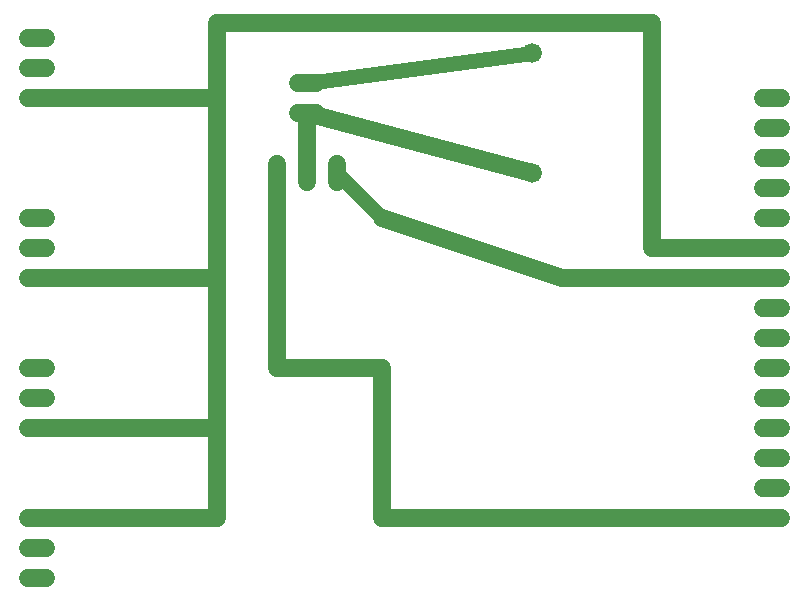
<source format=gbl>
G75*
%MOIN*%
%OFA0B0*%
%FSLAX25Y25*%
%IPPOS*%
%LPD*%
%AMOC8*
5,1,8,0,0,1.08239X$1,22.5*
%
%ADD10C,0.06600*%
%ADD11C,0.06000*%
%ADD12OC8,0.05200*%
%ADD13C,0.05000*%
D10*
X0221000Y0161000D03*
X0221000Y0201000D03*
D11*
X0059000Y0026000D02*
X0053000Y0026000D01*
X0053000Y0036000D02*
X0059000Y0036000D01*
X0059000Y0046000D02*
X0053000Y0046000D01*
X0056000Y0046000D02*
X0116000Y0046000D01*
X0116000Y0076000D01*
X0056000Y0076000D01*
X0053000Y0076000D02*
X0059000Y0076000D01*
X0059000Y0086000D02*
X0053000Y0086000D01*
X0053000Y0096000D02*
X0059000Y0096000D01*
X0059000Y0126000D02*
X0053000Y0126000D01*
X0056000Y0126000D02*
X0116000Y0126000D01*
X0116000Y0076000D01*
X0136000Y0096000D02*
X0171000Y0096000D01*
X0171000Y0046000D01*
X0301000Y0046000D01*
X0298000Y0046000D02*
X0304000Y0046000D01*
X0304000Y0056000D02*
X0298000Y0056000D01*
X0298000Y0066000D02*
X0304000Y0066000D01*
X0304000Y0076000D02*
X0298000Y0076000D01*
X0298000Y0086000D02*
X0304000Y0086000D01*
X0304000Y0096000D02*
X0298000Y0096000D01*
X0298000Y0106000D02*
X0304000Y0106000D01*
X0304000Y0116000D02*
X0298000Y0116000D01*
X0298000Y0126000D02*
X0304000Y0126000D01*
X0301000Y0126000D02*
X0231000Y0126000D01*
X0171000Y0146000D01*
X0156000Y0158000D02*
X0156000Y0164000D01*
X0146000Y0164000D02*
X0146000Y0158000D01*
X0146000Y0161000D02*
X0146000Y0181000D01*
X0221000Y0161000D01*
X0261000Y0136000D02*
X0261000Y0211000D01*
X0116000Y0211000D01*
X0116000Y0186000D01*
X0056000Y0186000D01*
X0053000Y0186000D02*
X0059000Y0186000D01*
X0059000Y0196000D02*
X0053000Y0196000D01*
X0053000Y0206000D02*
X0059000Y0206000D01*
X0116000Y0186000D02*
X0116000Y0126000D01*
X0136000Y0096000D02*
X0136000Y0161000D01*
X0136000Y0158000D02*
X0136000Y0164000D01*
X0143000Y0181000D02*
X0149000Y0181000D01*
X0149000Y0191000D02*
X0143000Y0191000D01*
X0059000Y0146000D02*
X0053000Y0146000D01*
X0053000Y0136000D02*
X0059000Y0136000D01*
X0261000Y0136000D02*
X0301000Y0136000D01*
X0298000Y0136000D02*
X0304000Y0136000D01*
X0304000Y0146000D02*
X0298000Y0146000D01*
X0298000Y0156000D02*
X0304000Y0156000D01*
X0304000Y0166000D02*
X0298000Y0166000D01*
X0298000Y0176000D02*
X0304000Y0176000D01*
X0304000Y0186000D02*
X0298000Y0186000D01*
D12*
X0171000Y0146000D03*
X0171000Y0096000D03*
D13*
X0171000Y0146000D02*
X0156000Y0161000D01*
X0146000Y0191000D02*
X0221000Y0201000D01*
M02*

</source>
